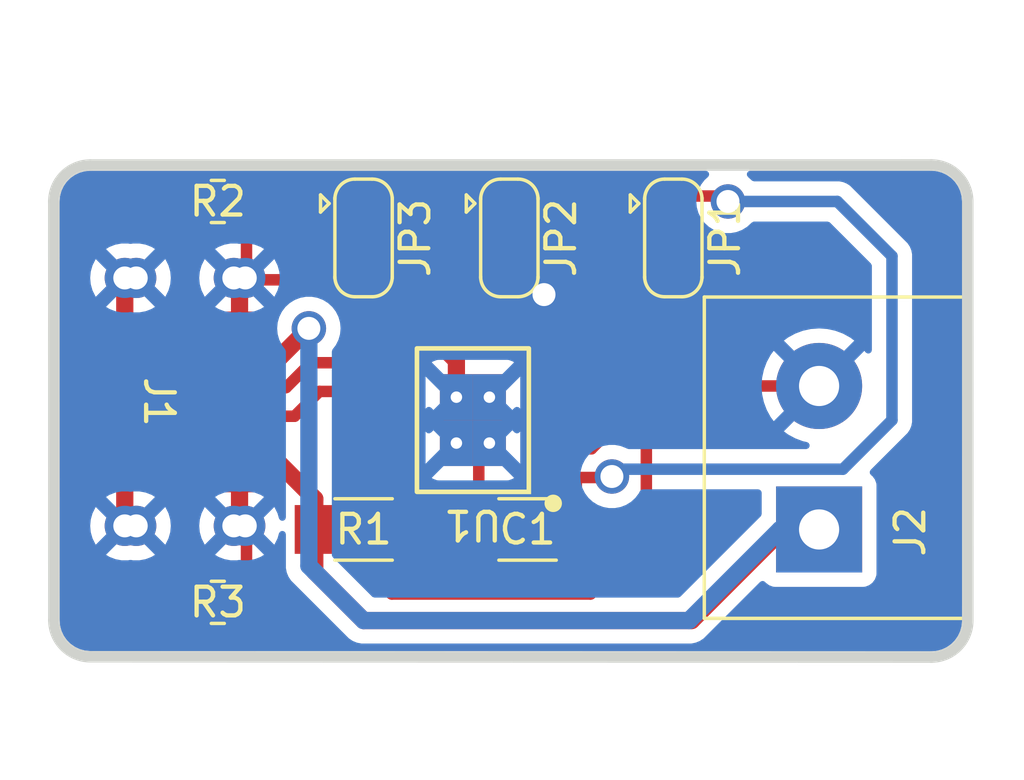
<source format=kicad_pcb>
(kicad_pcb (version 20240108) (generator "pcbnew") (generator_version "8.0")
  (layers (0 "F.Cu" signal) (31 "B.Cu" signal) (34 "B.Paste" user) (35 "F.Paste" user) (36 "B.SilkS" user "B.Silkscreen") (37 "F.SilkS" user "F.Silkscreen") (38 "B.Mask" user) (39 "F.Mask" user) (44 "Edge.Cuts" user))
  (net 0 "")
  (net 1 "GND")
  (net 2 "VDD")
  (net 3 "Net-(J1-CC1)")
  (net 4 "VBUS")
  (net 5 "Net-(J1-CC2)")
  (net 6 "Net-(JP1-C)")
  (net 7 "Net-(JP2-C)")
  (net 8 "Net-(JP3-C)")
  (net 9 "Net-(U1-DM)")
  (footprint "fab:Conn_USB_C_Socket_GCT_USB4125-GF-A-0190" (layer "F.Cu") (at 89.6575 90.805 -90)
    (property "Reference" "J1" (at 0 2.8 -90) (layer "F.SilkS"))
    (property "Value" "Conn_USB_C_Socket_PowerOnly")
    (pad "A5" smd rect (at -0.5 0 270) (size 0.59 1.2) (layers "F.Cu" "F.Paste" "F.Mask") (net 3 "Net-(J1-CC1)"))
    (pad "A9" smd rect (at 1.52 0 270) (size 0.59 1.2) (layers "F.Cu" "F.Paste" "F.Mask") (net 4 "VBUS"))
    (pad "A12" smd rect (at 2.75 0 270) (size 0.8 1.2) (layers "F.Cu" "F.Paste" "F.Mask") (net 1 "GND"))
    (pad "B5" smd rect (at 0.5 0 270) (size 0.59 1.2) (layers "F.Cu" "F.Paste" "F.Mask") (net 5 "Net-(J1-CC2)"))
    (pad "B9" smd rect (at -1.52 0 270) (size 0.59 1.2) (layers "F.Cu" "F.Paste" "F.Mask") (net 4 "VBUS"))
    (pad "B12" smd rect (at -2.75 0 270) (size 0.8 1.2) (layers "F.Cu" "F.Paste" "F.Mask") (net 1 "GND"))
    (pad "S1" thru_hole circle (at -4.32 -0.2 270) (size 1.4 1.4) (drill 0.8) (layers "*.Cu" "*.Mask") (net 1 "GND"))
    (pad "S1" thru_hole circle (at -4.32 0.2 270) (size 1.4 1.4) (drill 0.8) (layers "*.Cu" "*.Mask") (net 1 "GND"))
    (pad "S1" thru_hole circle (at -4.32 3.6 270) (size 1.4 1.4) (drill 0.8) (layers "*.Cu" "*.Mask") (net 1 "GND"))
    (pad "S1" thru_hole circle (at -4.32 4 270) (size 1.4 1.4) (drill 0.8) (layers "*.Cu" "*.Mask") (net 1 "GND"))
    (pad "S1" thru_hole circle (at 4.32 -0.2 270) (size 1.4 1.4) (drill 0.8) (layers "*.Cu" "*.Mask") (net 1 "GND"))
    (pad "S1" thru_hole circle (at 4.32 0.2 270) (size 1.4 1.4) (drill 0.8) (layers "*.Cu" "*.Mask") (net 1 "GND"))
    (pad "S1" thru_hole circle (at 4.32 3.6 270) (size 1.4 1.4) (drill 0.8) (layers "*.Cu" "*.Mask") (net 1 "GND"))
    (pad "S1" thru_hole circle (at 4.32 4 270) (size 1.4 1.4) (drill 0.8) (layers "*.Cu" "*.Mask") (net 1 "GND"))
  )
  (footprint "Resistor_SMD:R_0805_2012Metric_Pad1.20x1.40mm_HandSolder" (layer "F.Cu") (at 88.9 83.82)
    (property "Reference" "R2" (at 0 0 360) (layer "F.SilkS"))
    (property "Value" "5.1k")
    (fp_line (start -0.227064 -0.735) (end 0.227064 -0.735) (stroke (width 0.12)) (layer "F.SilkS"))
    (fp_line (start -0.227064 0.735) (end 0.227064 0.735) (stroke (width 0.12)) (layer "F.SilkS"))
    (pad "1" smd roundrect (at -1 0) (size 1.2 1.4) (layers "F.Cu" "F.Paste" "F.Mask") (roundrect_rratio 0.208333) (net 3 "Net-(J1-CC1)"))
    (pad "2" smd roundrect (at 1 0) (size 1.2 1.4) (layers "F.Cu" "F.Paste" "F.Mask") (roundrect_rratio 0.208333) (net 1 "GND"))
  )
  (footprint "0my_project:ESSOP-10_CH224K" (layer "F.Cu") (at 97.79 91.44 180)
    (property "Reference" "U1" (at 0 -3.65 180) (layer "F.SilkS"))
    (property "Value" "CH224K")
    (fp_rect (start -1.95 -2.5) (end 1.95 2.5) (stroke (width 0.16)) (fill none) (layer "F.SilkS"))
    (fp_circle (center -2.8 -2.9) (end -2.576393 -2.9) (stroke (width 0.16)) (fill solid) (layer "F.SilkS"))
    (pad "0" thru_hole rect (at -0.575 -0.8 180) (size 1.15 1.6) (drill 0.4) (layers "*.Cu" "*.Mask" "F.Paste") (net 1 "GND"))
    (pad "0" thru_hole rect (at -0.575 0.8 180) (size 1.15 1.6) (drill 0.4) (layers "*.Cu" "*.Mask" "F.Paste") (net 1 "GND"))
    (pad "0" thru_hole rect (at 0.575 -0.8 180) (size 1.15 1.6) (drill 0.4) (layers "*.Cu" "*.Mask" "F.Paste") (net 1 "GND"))
    (pad "0" thru_hole rect (at 0.575 0.8 180) (size 1.15 1.6) (drill 0.4) (layers "*.Cu" "*.Mask" "F.Paste") (net 1 "GND"))
    (pad "1" smd rect (at -2.85 -2 180) (size 1.3 0.6) (layers "F.Cu" "F.Paste" "F.Mask") (net 2 "VDD"))
    (pad "2" smd rect (at -2.85 -1 180) (size 1.3 0.6) (layers "F.Cu" "F.Paste" "F.Mask") (net 7 "Net-(JP2-C)"))
    (pad "3" smd rect (at -2.85 0 180) (size 1.3 0.6) (layers "F.Cu" "F.Paste" "F.Mask") (net 8 "Net-(JP3-C)"))
    (pad "4" smd rect (at -2.85 1 180) (size 1.3 0.6) (layers "F.Cu" "F.Paste" "F.Mask") (net 9 "Net-(U1-DM)"))
    (pad "5" smd rect (at -2.85 2 180) (size 1.3 0.6) (layers "F.Cu" "F.Paste" "F.Mask") (net 9 "Net-(U1-DM)"))
    (pad "6" smd rect (at 2.85 2 180) (size 1.3 0.6) (layers "F.Cu" "F.Paste" "F.Mask") (net 3 "Net-(J1-CC1)"))
    (pad "7" smd rect (at 2.85 1 180) (size 1.3 0.6) (layers "F.Cu" "F.Paste" "F.Mask") (net 5 "Net-(J1-CC2)"))
    (pad "8" smd rect (at 2.85 0 180) (size 1.3 0.6) (layers "F.Cu" "F.Paste" "F.Mask"))
    (pad "9" smd rect (at 2.85 -1 180) (size 1.3 0.6) (layers "F.Cu" "F.Paste" "F.Mask") (net 6 "Net-(JP1-C)"))
    (pad "10" smd rect (at 2.85 -2 180) (size 1.3 0.6) (layers "F.Cu" "F.Paste" "F.Mask"))
  )
  (footprint "Resistor_SMD:R_0805_2012Metric_Pad1.20x1.40mm_HandSolder" (layer "F.Cu") (at 88.9 97.79)
    (property "Reference" "R3" (at 0 0 360) (layer "F.SilkS"))
    (property "Value" "5.1k")
    (fp_line (start -0.227064 -0.735) (end 0.227064 -0.735) (stroke (width 0.12)) (layer "F.SilkS"))
    (fp_line (start -0.227064 0.735) (end 0.227064 0.735) (stroke (width 0.12)) (layer "F.SilkS"))
    (pad "1" smd roundrect (at -1 0) (size 1.2 1.4) (layers "F.Cu" "F.Paste" "F.Mask") (roundrect_rratio 0.208333) (net 5 "Net-(J1-CC2)"))
    (pad "2" smd roundrect (at 1 0) (size 1.2 1.4) (layers "F.Cu" "F.Paste" "F.Mask") (roundrect_rratio 0.208333) (net 1 "GND"))
  )
  (footprint "fab:C_1206" (layer "F.Cu") (at 99.695 95.25 180)
    (property "Reference" "C1" (at 0 0 180) (layer "F.SilkS"))
    (property "Value" "C_1206")
    (fp_line (start 1 1.07) (end -1 1.07) (stroke (width 0.12)) (layer "F.SilkS"))
    (fp_line (start -1 -1.07) (end 1 -1.07) (stroke (width 0.12)) (layer "F.SilkS"))
    (pad "1" smd rect (at -1.7 0 180) (size 1.4 1.7) (layers "F.Cu" "F.Paste" "F.Mask") (net 2 "VDD"))
    (pad "2" smd rect (at 1.7 0 180) (size 1.4 1.7) (layers "F.Cu" "F.Paste" "F.Mask") (net 1 "GND"))
  )
  (footprint "Jumper:SolderJumper-3_P1.3mm_Open_RoundedPad1.0x1.5mm" (layer "F.Cu") (at 99.06 85.09 -90)
    (property "Reference" "JP2" (at 0 -1.8 90) (layer "F.SilkS"))
    (property "Value" "SolderJumper_3_Open")
    (fp_line (start -1.5 1.5) (end -0.9 1.5) (stroke (width 0.12)) (layer "F.SilkS"))
    (fp_line (start -1.2 1.2) (end -1.5 1.5) (stroke (width 0.12)) (layer "F.SilkS"))
    (fp_line (start -1.2 1.2) (end -0.9 1.5) (stroke (width 0.12)) (layer "F.SilkS"))
    (fp_line (start 1.4 1) (end -1.4 1) (stroke (width 0.12)) (layer "F.SilkS"))
    (fp_line (start -2.05 0.3) (end -2.05 -0.3) (stroke (width 0.12)) (layer "F.SilkS"))
    (fp_line (start 2.05 -0.3) (end 2.05 0.3) (stroke (width 0.12)) (layer "F.SilkS"))
    (fp_line (start -1.4 -1) (end 1.4 -1) (stroke (width 0.12)) (layer "F.SilkS"))
    (fp_arc (start -1.35 1) (mid -1.844975 0.794975) (end -2.05 0.3) (stroke (width 0.12)) (layer "F.SilkS"))
    (fp_arc (start 2.05 0.3) (mid 1.844975 0.794975) (end 1.35 1) (stroke (width 0.12)) (layer "F.SilkS"))
    (fp_arc (start -2.05 -0.3) (mid -1.844975 -0.794975) (end -1.35 -1) (stroke (width 0.12)) (layer "F.SilkS"))
    (fp_arc (start 1.35 -1) (mid 1.844975 -0.794975) (end 2.05 -0.3) (stroke (width 0.12)) (layer "F.SilkS"))
    (pad "1" smd custom (at -1.46 0 270) (size 1 0.5) (layers "F.Cu" "F.Mask") (net 2 "VDD") (options (clearance outline) (anchor rect)) (primitives (gr_circle (center 0 0.25) (end 0.5 0.25) (width 0) (fill yes)) (gr_circle (center 0 -0.25) (end 0.5 -0.25) (width 0) (fill yes)) (gr_poly (pts (xy 0.55 0.75) (xy 0 0.75) (xy 0 -0.75) (xy 0.55 -0.75)) (width 0) (fill yes))))
    (pad "2" smd rect (at 0 0 270) (size 1 1.5) (layers "F.Cu" "F.Mask") (net 7 "Net-(JP2-C)"))
    (pad "3" smd custom (at 1.46 0 270) (size 1 0.5) (layers "F.Cu" "F.Mask") (net 1 "GND") (options (clearance outline) (anchor rect)) (primitives (gr_circle (center 0 0.25) (end 0.5 0.25) (width 0) (fill yes)) (gr_circle (center 0 -0.25) (end 0.5 -0.25) (width 0) (fill yes)) (gr_poly (pts (xy 0 0.75) (xy -0.55 0.75) (xy -0.55 -0.75) (xy 0 -0.75)) (width 0) (fill yes))))
  )
  (footprint "Jumper:SolderJumper-3_P1.3mm_Open_RoundedPad1.0x1.5mm" (layer "F.Cu") (at 93.98 85.09 -90)
    (property "Reference" "JP3" (at 0 -1.8 90) (layer "F.SilkS"))
    (property "Value" "SolderJumper_3_Open")
    (fp_line (start -1.5 1.5) (end -0.9 1.5) (stroke (width 0.12)) (layer "F.SilkS"))
    (fp_line (start -1.2 1.2) (end -1.5 1.5) (stroke (width 0.12)) (layer "F.SilkS"))
    (fp_line (start -1.2 1.2) (end -0.9 1.5) (stroke (width 0.12)) (layer "F.SilkS"))
    (fp_line (start 1.4 1) (end -1.4 1) (stroke (width 0.12)) (layer "F.SilkS"))
    (fp_line (start -2.05 0.3) (end -2.05 -0.3) (stroke (width 0.12)) (layer "F.SilkS"))
    (fp_line (start 2.05 -0.3) (end 2.05 0.3) (stroke (width 0.12)) (layer "F.SilkS"))
    (fp_line (start -1.4 -1) (end 1.4 -1) (stroke (width 0.12)) (layer "F.SilkS"))
    (fp_arc (start -1.35 1) (mid -1.844975 0.794975) (end -2.05 0.3) (stroke (width 0.12)) (layer "F.SilkS"))
    (fp_arc (start 2.05 0.3) (mid 1.844975 0.794975) (end 1.35 1) (stroke (width 0.12)) (layer "F.SilkS"))
    (fp_arc (start -2.05 -0.3) (mid -1.844975 -0.794975) (end -1.35 -1) (stroke (width 0.12)) (layer "F.SilkS"))
    (fp_arc (start 1.35 -1) (mid 1.844975 -0.794975) (end 2.05 -0.3) (stroke (width 0.12)) (layer "F.SilkS"))
    (pad "1" smd custom (at -1.46 0 270) (size 1 0.5) (layers "F.Cu" "F.Mask") (net 2 "VDD") (options (clearance outline) (anchor rect)) (primitives (gr_circle (center 0 0.25) (end 0.5 0.25) (width 0) (fill yes)) (gr_circle (center 0 -0.25) (end 0.5 -0.25) (width 0) (fill yes)) (gr_poly (pts (xy 0.55 0.75) (xy 0 0.75) (xy 0 -0.75) (xy 0.55 -0.75)) (width 0) (fill yes))))
    (pad "2" smd rect (at 0 0 270) (size 1 1.5) (layers "F.Cu" "F.Mask") (net 8 "Net-(JP3-C)"))
    (pad "3" smd custom (at 1.46 0 270) (size 1 0.5) (layers "F.Cu" "F.Mask") (net 1 "GND") (options (clearance outline) (anchor rect)) (primitives (gr_circle (center 0 0.25) (end 0.5 0.25) (width 0) (fill yes)) (gr_circle (center 0 -0.25) (end 0.5 -0.25) (width 0) (fill yes)) (gr_poly (pts (xy 0 0.75) (xy -0.55 0.75) (xy -0.55 -0.75) (xy 0 -0.75)) (width 0) (fill yes))))
  )
  (footprint "fab:R_1206" (layer "F.Cu") (at 93.98 95.25)
    (property "Reference" "R1" (at 0 0 0) (layer "F.SilkS"))
    (property "Value" "1K")
    (fp_line (start -1 -1.07) (end 1 -1.07) (stroke (width 0.12)) (layer "F.SilkS"))
    (fp_line (start 1 1.07) (end -1 1.07) (stroke (width 0.12)) (layer "F.SilkS"))
    (pad "1" smd rect (at -1.7 0) (size 1.4 1.7) (layers "F.Cu" "F.Paste" "F.Mask") (net 4 "VBUS"))
    (pad "2" smd rect (at 1.7 0) (size 1.4 1.7) (layers "F.Cu" "F.Paste" "F.Mask") (net 2 "VDD"))
  )
  (footprint "Jumper:SolderJumper-3_P1.3mm_Open_RoundedPad1.0x1.5mm" (layer "F.Cu") (at 104.775 85.09 -90)
    (property "Reference" "JP1" (at 0 -1.8 90) (layer "F.SilkS"))
    (property "Value" "SolderJumper_3_Open")
    (fp_line (start -1.5 1.5) (end -0.9 1.5) (stroke (width 0.12)) (layer "F.SilkS"))
    (fp_line (start -1.2 1.2) (end -1.5 1.5) (stroke (width 0.12)) (layer "F.SilkS"))
    (fp_line (start -1.2 1.2) (end -0.9 1.5) (stroke (width 0.12)) (layer "F.SilkS"))
    (fp_line (start 1.4 1) (end -1.4 1) (stroke (width 0.12)) (layer "F.SilkS"))
    (fp_line (start -2.05 0.3) (end -2.05 -0.3) (stroke (width 0.12)) (layer "F.SilkS"))
    (fp_line (start 2.05 -0.3) (end 2.05 0.3) (stroke (width 0.12)) (layer "F.SilkS"))
    (fp_line (start -1.4 -1) (end 1.4 -1) (stroke (width 0.12)) (layer "F.SilkS"))
    (fp_arc (start -1.35 1) (mid -1.844975 0.794975) (end -2.05 0.3) (stroke (width 0.12)) (layer "F.SilkS"))
    (fp_arc (start 2.05 0.3) (mid 1.844975 0.794975) (end 1.35 1) (stroke (width 0.12)) (layer "F.SilkS"))
    (fp_arc (start -2.05 -0.3) (mid -1.844975 -0.794975) (end -1.35 -1) (stroke (width 0.12)) (layer "F.SilkS"))
    (fp_arc (start 1.35 -1) (mid 1.844975 -0.794975) (end 2.05 -0.3) (stroke (width 0.12)) (layer "F.SilkS"))
    (pad "1" smd custom (at -1.46 0 270) (size 1 0.5) (layers "F.Cu" "F.Mask") (net 2 "VDD") (options (clearance outline) (anchor rect)) (primitives (gr_circle (center 0 0.25) (end 0.5 0.25) (width 0) (fill yes)) (gr_circle (center 0 -0.25) (end 0.5 -0.25) (width 0) (fill yes)) (gr_poly (pts (xy 0.55 0.75) (xy 0 0.75) (xy 0 -0.75) (xy 0.55 -0.75)) (width 0) (fill yes))))
    (pad "2" smd rect (at 0 0 270) (size 1 1.5) (layers "F.Cu" "F.Mask") (net 6 "Net-(JP1-C)"))
    (pad "3" smd custom (at 1.46 0 270) (size 1 0.5) (layers "F.Cu" "F.Mask") (net 1 "GND") (options (clearance outline) (anchor rect)) (primitives (gr_circle (center 0 0.25) (end 0.5 0.25) (width 0) (fill yes)) (gr_circle (center 0 -0.25) (end 0.5 -0.25) (width 0) (fill yes)) (gr_poly (pts (xy 0 0.75) (xy -0.55 0.75) (xy -0.55 -0.75) (xy 0 -0.75)) (width 0) (fill yes))))
  )
  (footprint "fab:TerminalBlock_OnShore_1x02_P5.00mm_Horizontal" (layer "F.Cu") (at 109.855 95.25 90)
    (property "Reference" "J2" (at -0.08 3.175 270) (layer "F.SilkS"))
    (property "Value" "Screw_Terminal_01x02_P5mm")
    (fp_line (start 8.1 -4) (end 8.1 5.2) (stroke (width 0.12)) (layer "F.SilkS"))
    (fp_line (start -3.1 -4) (end 8.1 -4) (stroke (width 0.12)) (layer "F.SilkS"))
    (fp_line (start -3.1 -4) (end -3.1 5.2) (stroke (width 0.12)) (layer "F.SilkS"))
    (fp_line (start -3.1 5.2) (end 8.1 5.2) (stroke (width 0.12)) (layer "F.SilkS"))
    (pad "1" thru_hole rect (at 0 0 90) (size 3 3) (drill 1.4) (layers "*.Cu" "*.Mask") (net 4 "VBUS"))
    (pad "2" thru_hole circle (at 5 0 90) (size 3 3) (drill 1.4) (layers "*.Cu" "*.Mask") (net 1 "GND"))
  )
  (gr_arc (start 115.037426 98.427272) (mid 114.665452 99.325298) (end 113.767426 99.697272) (stroke (width 0.4)) (layer "Edge.Cuts"))
  (gr_arc (start 84.456977 99.68694) (mid 83.558951 99.314966) (end 83.186977 98.41694) (stroke (width 0.4)) (layer "Edge.Cuts"))
  (gr_line (start 83.185 83.82) (end 83.186977 98.41694) (stroke (width 0.4)) (layer "Edge.Cuts"))
  (gr_line (start 113.765556 82.548205) (end 84.455 82.55) (stroke (width 0.4)) (layer "Edge.Cuts"))
  (gr_arc (start 113.765556 82.548205) (mid 114.663582 82.920179) (end 115.035556 83.818205) (stroke (width 0.4)) (layer "Edge.Cuts"))
  (gr_line (start 115.037426 98.427272) (end 115.035556 83.818205) (stroke (width 0.4)) (layer "Edge.Cuts"))
  (gr_line (start 84.456977 99.68694) (end 113.767426 99.697272) (stroke (width 0.4)) (layer "Edge.Cuts"))
  (gr_arc (start 83.185 83.82) (mid 83.556974 82.921974) (end 84.455 82.55) (stroke (width 0.4)) (layer "Edge.Cuts"))
  (segment (start 89.6575 93.555) (end 89.6575 94.925) (width 0.6) (layer "F.Cu") (net 1))
  (segment (start 93.98 86.55) (end 89.9225 86.55) (width 0.4) (layer "F.Cu") (net 1))
  (segment (start 94.4 86.55) (end 93.98 86.55) (width 0.6) (layer "F.Cu") (net 1))
  (segment (start 89.9 86.4425) (end 89.8575 86.485) (width 0.4) (layer "F.Cu") (net 1))
  (segment (start 89.9 97.79) (end 89.9 95.1675) (width 0.4) (layer "F.Cu") (net 1))
  (segment (start 97.995 95.25) (end 97.995 92.61) (width 0.4) (layer "F.Cu") (net 1))
  (segment (start 99.753173 86.55) (end 100.268173 87.065) (width 0.4) (layer "F.Cu") (net 1))
  (segment (start 109.855 90.25) (end 106.125 90.25) (width 0.4) (layer "F.Cu") (net 1))
  (segment (start 85.6575 86.485) (end 85.6575 95.125) (width 0.6) (layer "F.Cu") (net 1))
  (segment (start 89.9225 86.55) (end 89.8575 86.485) (width 0.4) (layer "F.Cu") (net 1))
  (segment (start 99.06 86.55) (end 99.753173 86.55) (width 0.4) (layer "F.Cu") (net 1))
  (segment (start 89.9 95.1675) (end 89.8575 95.125) (width 0.4) (layer "F.Cu") (net 1))
  (segment (start 97.995 92.61) (end 98.365 92.24) (width 0.4) (layer "F.Cu") (net 1))
  (segment (start 106.125 90.25) (end 104.775 88.9) (width 0.4) (layer "F.Cu") (net 1))
  (segment (start 89.6575 88.055) (end 89.6575 86.685) (width 0.6) (layer "F.Cu") (net 1))
  (segment (start 97.215 89.365) (end 94.4 86.55) (width 0.6) (layer "F.Cu") (net 1))
  (segment (start 89.6575 94.925) (end 89.8575 95.125) (width 0.6) (layer "F.Cu") (net 1))
  (segment (start 89.9 83.82) (end 89.9 86.4425) (width 0.4) (layer "F.Cu") (net 1))
  (segment (start 97.215 90.64) (end 97.215 89.365) (width 0.6) (layer "F.Cu") (net 1))
  (segment (start 89.6575 86.685) (end 89.8575 86.485) (width 0.6) (layer "F.Cu") (net 1))
  (segment (start 104.775 88.9) (end 104.775 86.55) (width 0.4) (layer "F.Cu") (net 1))
  (via (at 100.268173 87.065) (size 1.2) (drill 0.8) (layers "F.Cu" "B.Cu") (net 1))
  (segment (start 106.49 83.63) (end 106.68 83.82) (width 0.4) (layer "F.Cu") (net 2))
  (segment (start 100.785 96.7) (end 101.395 96.09) (width 0.4) (layer "F.Cu") (net 2))
  (segment (start 100.64 93.44) (end 102.599747 93.44) (width 0.4) (layer "F.Cu") (net 2))
  (segment (start 93.98 83.63) (end 99.06 83.63) (width 0.4) (layer "F.Cu") (net 2))
  (segment (start 101.395 96.09) (end 101.395 95.25) (width 0.4) (layer "F.Cu") (net 2))
  (segment (start 95.68 96.315) (end 96.065 96.7) (width 0.4) (layer "F.Cu") (net 2))
  (segment (start 104.775 83.63) (end 106.49 83.63) (width 0.4) (layer "F.Cu") (net 2))
  (segment (start 102.599747 93.44) (end 102.635001 93.404746) (width 0.4) (layer "F.Cu") (net 2))
  (segment (start 96.065 96.7) (end 100.785 96.7) (width 0.4) (layer "F.Cu") (net 2))
  (segment (start 101.164403 93.44) (end 101.395 93.670597) (width 0.4) (layer "F.Cu") (net 2))
  (segment (start 95.68 95.25) (end 95.68 96.315) (width 0.4) (layer "F.Cu") (net 2))
  (segment (start 101.395 93.670597) (end 101.395 95.25) (width 0.4) (layer "F.Cu") (net 2))
  (segment (start 99.06 83.63) (end 104.775 83.63) (width 0.4) (layer "F.Cu") (net 2))
  (segment (start 100.64 93.44) (end 101.164403 93.44) (width 0.4) (layer "F.Cu") (net 2))
  (via (at 102.635001 93.404746) (size 1.2) (drill 0.8) (layers "F.Cu" "B.Cu") (net 2))
  (via (at 106.68 83.82) (size 1.2) (drill 0.8) (layers "F.Cu" "B.Cu") (net 2))
  (segment (start 112.395 85.725) (end 112.395 91.44) (width 0.4) (layer "B.Cu") (net 2))
  (segment (start 110.49 83.82) (end 112.395 85.725) (width 0.4) (layer "B.Cu") (net 2))
  (segment (start 112.395 91.44) (end 110.685 93.15) (width 0.4) (layer "B.Cu") (net 2))
  (segment (start 106.68 83.82) (end 110.49 83.82) (width 0.4) (layer "B.Cu") (net 2))
  (segment (start 110.685 93.15) (end 102.889747 93.15) (width 0.4) (layer "B.Cu") (net 2))
  (segment (start 102.889747 93.15) (end 102.635001 93.404746) (width 0.4) (layer "B.Cu") (net 2))
  (segment (start 91.280565 90.305) (end 92.145565 89.44) (width 0.4) (layer "F.Cu") (net 3))
  (segment (start 87.9 83.82) (end 87.9 89.6225) (width 0.4) (layer "F.Cu") (net 3))
  (segment (start 87.9 89.6225) (end 88.5825 90.305) (width 0.4) (layer "F.Cu") (net 3))
  (segment (start 88.5825 90.305) (end 89.6575 90.305) (width 0.4) (layer "F.Cu") (net 3))
  (segment (start 92.145565 89.44) (end 94.94 89.44) (width 0.4) (layer "F.Cu") (net 3))
  (segment (start 89.6575 90.305) (end 91.280565 90.305) (width 0.4) (layer "F.Cu") (net 3))
  (segment (start 89.6575 92.325) (end 90.42 92.325) (width 0.6) (layer "F.Cu") (net 4))
  (segment (start 92.28 96.725) (end 93.98 98.425) (width 0.6) (layer "F.Cu") (net 4))
  (segment (start 93.98 98.425) (end 105.41 98.425) (width 0.6) (layer "F.Cu") (net 4))
  (segment (start 92.28 95.25) (end 92.28 96.725) (width 0.6) (layer "F.Cu") (net 4))
  (segment (start 90.42 92.325) (end 92.28 94.185) (width 0.6) (layer "F.Cu") (net 4))
  (segment (start 89.6575 89.285) (end 91.027773 89.285) (width 0.6) (layer "F.Cu") (net 4))
  (segment (start 92.28 94.185) (end 92.28 95.25) (width 0.6) (layer "F.Cu") (net 4))
  (segment (start 92.070616 88.242157) (end 92.073628 88.242157) (width 0.6) (layer "F.Cu") (net 4))
  (segment (start 105.41 98.425) (end 108.585 95.25) (width 0.6) (layer "F.Cu") (net 4))
  (segment (start 108.585 95.25) (end 109.855 95.25) (width 0.6) (layer "F.Cu") (net 4))
  (segment (start 91.027773 89.285) (end 92.070616 88.242157) (width 0.6) (layer "F.Cu") (net 4))
  (via (at 92.073628 88.242157) (size 1.2) (drill 0.8) (layers "F.Cu" "B.Cu") (net 4))
  (segment (start 92.073628 88.242157) (end 92.073628 96.518628) (width 0.6) (layer "B.Cu") (net 4))
  (segment (start 105.321479 98.425) (end 108.496479 95.25) (width 0.6) (layer "B.Cu") (net 4))
  (segment (start 108.496479 95.25) (end 109.855 95.25) (width 0.6) (layer "B.Cu") (net 4))
  (segment (start 93.98 98.425) (end 105.321479 98.425) (width 0.6) (layer "B.Cu") (net 4))
  (segment (start 92.073628 96.518628) (end 93.98 98.425) (width 0.6) (layer "B.Cu") (net 4))
  (segment (start 92.44 90.44) (end 91.575 91.305) (width 0.4) (layer "F.Cu") (net 5))
  (segment (start 89.6575 91.305) (end 88.5825 91.305) (width 0.4) (layer "F.Cu") (net 5))
  (segment (start 94.94 90.44) (end 92.44 90.44) (width 0.4) (layer "F.Cu") (net 5))
  (segment (start 91.575 91.305) (end 89.6575 91.305) (width 0.4) (layer "F.Cu") (net 5))
  (segment (start 88.5825 91.305) (end 87.9 91.9875) (width 0.4) (layer "F.Cu") (net 5))
  (segment (start 87.9 91.9875) (end 87.9 97.79) (width 0.4) (layer "F.Cu") (net 5))
  (segment (start 104.775 85.09) (end 103.625 85.09) (width 0.4) (layer "F.Cu") (net 6))
  (segment (start 103.835 88.222766) (end 103.835 95.555) (width 0.4) (layer "F.Cu") (net 6))
  (segment (start 101.89 97.5) (end 94.96 97.5) (width 0.4) (layer "F.Cu") (net 6))
  (segment (start 93.69 96.23) (end 93.69 92.54) (width 0.4) (layer "F.Cu") (net 6))
  (segment (start 103.373617 85.341383) (end 103.373617 87.761383) (width 0.4) (layer "F.Cu") (net 6))
  (segment (start 94.96 97.5) (end 93.69 96.23) (width 0.4) (layer "F.Cu") (net 6))
  (segment (start 103.625 85.09) (end 103.373617 85.341383) (width 0.4) (layer "F.Cu") (net 6))
  (segment (start 103.373617 87.761383) (end 103.835 88.222766) (width 0.4) (layer "F.Cu") (net 6))
  (segment (start 93.69 92.54) (end 93.79 92.44) (width 0.4) (layer "F.Cu") (net 6))
  (segment (start 93.79 92.44) (end 94.94 92.44) (width 0.4) (layer "F.Cu") (net 6))
  (segment (start 103.835 95.555) (end 101.89 97.5) (width 0.4) (layer "F.Cu") (net 6))
  (segment (start 103.035 88.554137) (end 101.465477 86.984614) (width 0.4) (layer "F.Cu") (net 7))
  (segment (start 101.465477 86.984614) (end 101.465477 85.49306) (width 0.4) (layer "F.Cu") (net 7))
  (segment (start 101.921371 92.44) (end 103.035 91.326371) (width 0.4) (layer "F.Cu") (net 7))
  (segment (start 101.465477 85.49306) (end 101.062417 85.09) (width 0.4) (layer "F.Cu") (net 7))
  (segment (start 103.035 91.326371) (end 103.035 88.554137) (width 0.4) (layer "F.Cu") (net 7))
  (segment (start 101.062417 85.09) (end 99.06 85.09) (width 0.4) (layer "F.Cu") (net 7))
  (segment (start 100.64 92.44) (end 101.921371 92.44) (width 0.4) (layer "F.Cu") (net 7))
  (segment (start 96.52 85.725) (end 96.52 87.3125) (width 0.4) (layer "F.Cu") (net 8))
  (segment (start 96.52 87.3125) (end 97.4725 88.265) (width 0.4) (layer "F.Cu") (net 8))
  (segment (start 93.98 85.09) (end 95.885 85.09) (width 0.4) (layer "F.Cu") (net 8))
  (segment (start 102.235 88.9) (end 102.235 90.995) (width 0.4) (layer "F.Cu") (net 8))
  (segment (start 95.885 85.09) (end 96.52 85.725) (width 0.4) (layer "F.Cu") (net 8))
  (segment (start 101.6 88.265) (end 102.235 88.9) (width 0.4) (layer "F.Cu") (net 8))
  (segment (start 101.79 91.44) (end 100.64 91.44) (width 0.4) (layer "F.Cu") (net 8))
  (segment (start 102.235 90.995) (end 101.79 91.44) (width 0.4) (layer "F.Cu") (net 8))
  (segment (start 97.4725 88.265) (end 101.6 88.265) (width 0.4) (layer "F.Cu") (net 8))
  (segment (start 100.64 89.44) (end 100.64 90.44) (width 0.4) (layer "F.Cu") (net 9))
  (zone (net 1) (net_name "GND") (layer "B.Cu") (connect_pads (clearance 0.5)) (min_thickness 0.25) (fill yes (thermal_gap 0.5) (thermal_bridge_width 0.5))
    (polygon (pts (xy 83.185 82.55) (xy 114.935 82.55) (xy 114.935 99.695) (xy 83.185 99.695)))
  )
)
</source>
